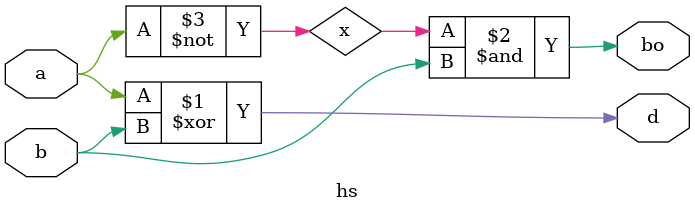
<source format=sv>
module hs(a,b,d,bo);
input a,b;
output d,bo;
wire x;
xor(d,a,b);
not(x,a);
and(bo,x,b);
endmodule



</source>
